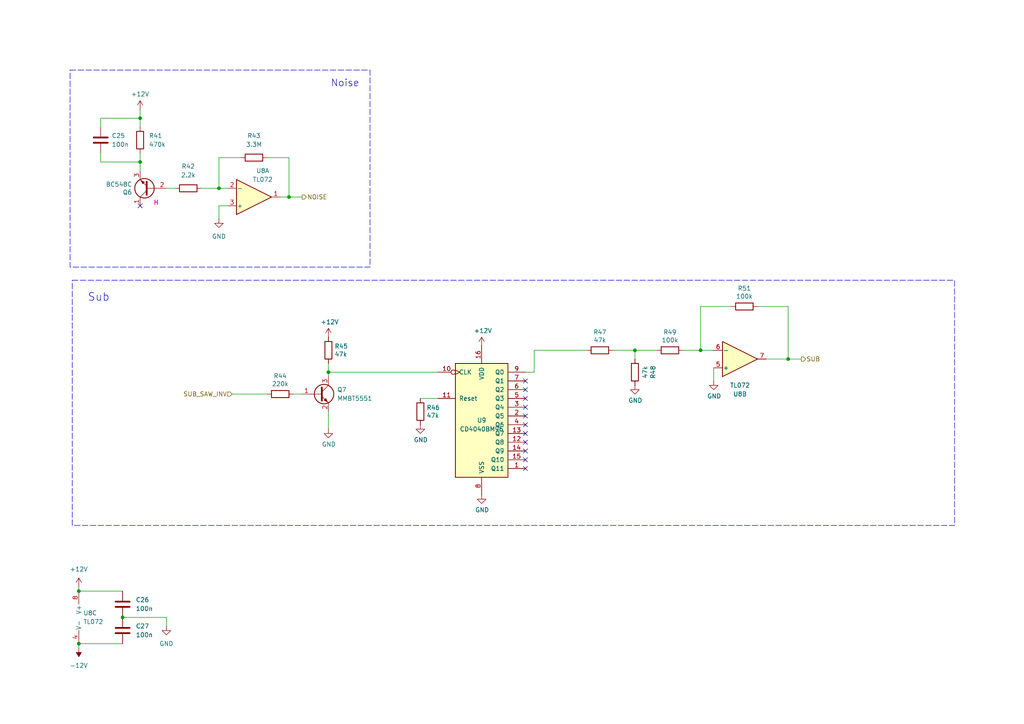
<source format=kicad_sch>
(kicad_sch (version 20250114) (generator "eeschema") (generator_version "9.0")
  (paper "A4")
  (lib_symbols
    (symbol "4xxx:4040" (pin_names (offset 1.016))
      (property "Reference" "U" (at -7.62 16.51 0))
      (property "Value" "4040" (at -7.62 -19.05 0))
      (symbol "4040_1_0"
        (pin input inverted_clock (at -12.7 12.7 0) (length 5.08) (name "CLK") (number "10"))
        (pin input line (at -12.7 5.08 0) (length 5.08) (name "Reset") (number "11"))
        (pin power_in line (at 0 20.32 270) (length 5.08) (name "VDD") (number "16"))
        (pin power_in line (at 0 -22.86 90) (length 5.08) (name "VSS") (number "8"))
        (pin output line (at 12.7 12.7 180) (length 5.08) (name "Q0") (number "9"))
        (pin output line (at 12.7 10.16 180) (length 5.08) (name "Q1") (number "7"))
        (pin output line (at 12.7 7.62 180) (length 5.08) (name "Q2") (number "6"))
        (pin output line (at 12.7 5.08 180) (length 5.08) (name "Q3") (number "5"))
        (pin output line (at 12.7 2.54 180) (length 5.08) (name "Q4") (number "3"))
        (pin output line (at 12.7 0 180) (length 5.08) (name "Q5") (number "2"))
        (pin output line (at 12.7 -2.54 180) (length 5.08) (name "Q6") (number "4"))
        (pin output line (at 12.7 -5.08 180) (length 5.08) (name "Q7") (number "13"))
        (pin output line (at 12.7 -7.62 180) (length 5.08) (name "Q8") (number "12"))
        (pin output line (at 12.7 -10.16 180) (length 5.08) (name "Q9") (number "14"))
        (pin output line (at 12.7 -12.7 180) (length 5.08) (name "Q10") (number "15"))
        (pin output line (at 12.7 -15.24 180) (length 5.08) (name "Q11") (number "1"))
      )
      (symbol "4040_1_1"
        (rectangle (start -7.62 15.24) (end 7.62 -17.78) (stroke (width 0.254)) (fill (type background)))
      )
    )
    (symbol "Amplifier_Operational:TL072" (pin_names (offset 0.127))
      (property "Reference" "U" (at 0 5.08 0))
      (property "Value" "TL072" (at 0 -5.08 0))
      (symbol "TL072_1_1"
        (polyline (pts (xy -5.08 5.08) (xy 5.08 0) (xy -5.08 -5.08) (xy -5.08 5.08)) (stroke (width 0.254)) (fill (type background)))
        (pin input line (at -7.62 2.54 0) (length 2.54) (name "+") (number "3"))
        (pin input line (at -7.62 -2.54 0) (length 2.54) (name "-") (number "2"))
        (pin output line (at 7.62 0 180) (length 2.54) (name "~") (number "1"))
      )
      (symbol "TL072_2_1"
        (polyline (pts (xy -5.08 5.08) (xy 5.08 0) (xy -5.08 -5.08) (xy -5.08 5.08)) (stroke (width 0.254)) (fill (type background)))
        (pin input line (at -7.62 2.54 0) (length 2.54) (name "+") (number "5"))
        (pin input line (at -7.62 -2.54 0) (length 2.54) (name "-") (number "6"))
        (pin output line (at 7.62 0 180) (length 2.54) (name "~") (number "7"))
      )
      (symbol "TL072_3_1"
        (pin power_in line (at -2.54 7.62 270) (length 3.81) (name "V+") (number "8"))
        (pin power_in line (at -2.54 -7.62 90) (length 3.81) (name "V-") (number "4"))
      )
    )
    (symbol "Device:C" (pin_numbers (hide yes)) (pin_names (offset 0.254))
      (property "Reference" "C" (at 0.635 2.54 0))
      (property "Value" "C" (at 0.635 -2.54 0))
      (symbol "C_0_1"
        (polyline (pts (xy -2.032 0.762) (xy 2.032 0.762)) (stroke (width 0.508)))
        (polyline (pts (xy -2.032 -0.762) (xy 2.032 -0.762)) (stroke (width 0.508)))
      )
      (symbol "C_1_1"
        (pin passive line (at 0 3.81 270) (length 2.794) (name "~") (number "1"))
        (pin passive line (at 0 -3.81 90) (length 2.794) (name "~") (number "2"))
      )
    )
    (symbol "Device:R" (pin_numbers (hide yes)) (pin_names (offset 0))
      (property "Reference" "R" (at 2.032 0 90))
      (property "Value" "R" (at 0 0 90))
      (symbol "R_0_1"
        (rectangle (start -1.016 -2.54) (end 1.016 2.54) (stroke (width 0.254)))
      )
      (symbol "R_1_1"
        (pin passive line (at 0 3.81 270) (length 1.27) (name "~") (number "1"))
        (pin passive line (at 0 -3.81 90) (length 1.27) (name "~") (number "2"))
      )
    )
    (symbol "Transistor_BJT:BC548" (pin_names (offset 0) (hide yes))
      (property "Reference" "Q" (at 5.08 1.905 0))
      (property "Value" "BC548" (at 5.08 0 0))
      (symbol "BC548_0_1"
        (polyline (pts (xy -2.54 0) (xy 0.635 0)))
        (polyline (pts (xy 0.635 1.905) (xy 0.635 -1.905)) (stroke (width 0.508)))
        (circle (center 1.27 0) (radius 2.8194) (stroke (width 0.254)))
      )
      (symbol "BC548_1_1"
        (polyline (pts (xy 0.635 0.635) (xy 2.54 2.54)))
        (polyline (pts (xy 0.635 -0.635) (xy 2.54 -2.54)))
        (polyline (pts (xy 1.27 -1.778) (xy 1.778 -1.27) (xy 2.286 -2.286) (xy 1.27 -1.778)) (fill (type outline)))
        (pin input line (at -5.08 0 0) (length 2.54) (name "B") (number "2"))
        (pin passive line (at 2.54 5.08 270) (length 2.54) (name "C") (number "1"))
        (pin passive line (at 2.54 -5.08 90) (length 2.54) (name "E") (number "3"))
      )
    )
    (symbol "Transistor_BJT:BC847" (pin_names (offset 0) (hide yes))
      (property "Reference" "Q" (at 5.08 1.905 0))
      (property "Value" "BC847" (at 5.08 0 0))
      (symbol "BC847_0_1"
        (polyline (pts (xy -2.54 0) (xy 0.635 0)))
        (polyline (pts (xy 0.635 1.905) (xy 0.635 -1.905)) (stroke (width 0.508)))
        (circle (center 1.27 0) (radius 2.8194) (stroke (width 0.254)))
      )
      (symbol "BC847_1_1"
        (polyline (pts (xy 0.635 0.635) (xy 2.54 2.54)))
        (polyline (pts (xy 0.635 -0.635) (xy 2.54 -2.54)))
        (polyline (pts (xy 1.27 -1.778) (xy 1.778 -1.27) (xy 2.286 -2.286) (xy 1.27 -1.778)) (fill (type outline)))
        (pin input line (at -5.08 0 0) (length 2.54) (name "B") (number "1"))
        (pin passive line (at 2.54 5.08 270) (length 2.54) (name "C") (number "3"))
        (pin passive line (at 2.54 -5.08 90) (length 2.54) (name "E") (number "2"))
      )
    )
    (symbol "power:+12V" (power) (pin_numbers (hide yes)) (pin_names (offset 0) (hide yes))
      (property "Value" "+12V" (at 0 3.556 0))
      (symbol "+12V_0_1"
        (polyline (pts (xy -0.762 1.27) (xy 0 2.54)))
        (polyline (pts (xy 0 2.54) (xy 0.762 1.27)))
        (polyline (pts (xy 0 0) (xy 0 2.54)))
      )
      (symbol "+12V_1_1"
        (pin power_in line (at 0 0 90) (length 0) (name "~") (number "1"))
      )
    )
    (symbol "power:-12V" (power) (pin_numbers (hide yes)) (pin_names (offset 0) (hide yes))
      (property "Value" "-12V" (at 0 3.556 0))
      (symbol "-12V_0_0"
        (pin power_in line (at 0 0 90) (length 0) (name "~") (number "1"))
      )
      (symbol "-12V_0_1"
        (polyline (pts (xy 0 0) (xy 0 1.27) (xy 0.762 1.27) (xy 0 2.54) (xy -0.762 1.27) (xy 0 1.27)) (fill (type outline)))
      )
    )
    (symbol "power:GND" (power) (pin_numbers (hide yes)) (pin_names (offset 0) (hide yes))
      (property "Value" "GND" (at 0 -3.81 0))
      (symbol "GND_0_1"
        (polyline (pts (xy 0 0) (xy 0 -1.27) (xy 1.27 -1.27) (xy 0 -2.54) (xy -1.27 -1.27) (xy 0 -1.27)))
      )
      (symbol "GND_1_1"
        (pin power_in line (at 0 0 270) (length 0) (name "~") (number "1"))
      )
    )
  )
  (rectangle (start 20.32 20.32) (end 107.315 77.47) (stroke (width 0) (type dash)))
  (rectangle (start 20.955 81.28) (end 276.86 152.4) (stroke (width 0) (type dash)))
  (text "H" (at 44.45 59.69 0) (effects (font (size 1.27 1.27) (thickness 0.254) (bold yes)) (justify left bottom)))
  (text "Noise" (at 95.885 25.4 0) (effects (font (size 2 2)) (justify left bottom)))
  (text "Sub" (at 25.4 87.63 0) (effects (font (size 2.2606 2.2606)) (justify left bottom)))
  (junction (at 95.25 107.95))
  (junction (at 203.2 101.6))
  (junction (at 184.15 101.6))
  (junction (at 83.82 57.15))
  (junction (at 228.6 104.14))
  (junction (at 40.64 46.99))
  (junction (at 22.86 186.69))
  (junction (at 22.86 171.45))
  (junction (at 63.5 54.61))
  (junction (at 40.64 34.29))
  (junction (at 35.56 179.07))
  (no_connect (at 152.4 113.03))
  (no_connect (at 152.4 128.27))
  (no_connect (at 152.4 115.57))
  (no_connect (at 152.4 130.81))
  (no_connect (at 152.4 118.11))
  (no_connect (at 40.64 59.69))
  (no_connect (at 152.4 123.19))
  (no_connect (at 152.4 133.35))
  (no_connect (at 152.4 125.73))
  (no_connect (at 152.4 110.49))
  (no_connect (at 152.4 120.65))
  (no_connect (at 152.4 135.89))
  (wire (pts (xy 22.86 171.45) (xy 35.56 171.45)))
  (wire (pts (xy 77.47 114.3) (xy 67.31 114.3)))
  (wire (pts (xy 207.01 110.49) (xy 207.01 106.68)))
  (wire (pts (xy 48.26 179.07) (xy 35.56 179.07)))
  (wire (pts (xy 87.63 114.3) (xy 85.09 114.3)))
  (wire (pts (xy 228.6 104.14) (xy 222.25 104.14)))
  (wire (pts (xy 177.8 101.6) (xy 184.15 101.6)))
  (wire (pts (xy 58.42 54.61) (xy 63.5 54.61)))
  (wire (pts (xy 63.5 63.5) (xy 63.5 59.69)))
  (wire (pts (xy 29.21 34.29) (xy 40.64 34.29)))
  (wire (pts (xy 22.86 170.18) (xy 22.86 171.45)))
  (wire (pts (xy 69.85 45.72) (xy 63.5 45.72)))
  (wire (pts (xy 77.47 45.72) (xy 83.82 45.72)))
  (wire (pts (xy 87.63 57.15) (xy 83.82 57.15)))
  (wire (pts (xy 40.64 46.99) (xy 40.64 49.53)))
  (wire (pts (xy 48.26 54.61) (xy 50.8 54.61)))
  (wire (pts (xy 127 107.95) (xy 95.25 107.95)))
  (wire (pts (xy 228.6 88.9) (xy 228.6 104.14)))
  (wire (pts (xy 22.86 187.96) (xy 22.86 186.69)))
  (wire (pts (xy 95.25 105.41) (xy 95.25 107.95)))
  (wire (pts (xy 40.64 31.75) (xy 40.64 34.29)))
  (wire (pts (xy 40.64 34.29) (xy 40.64 36.83)))
  (wire (pts (xy 203.2 88.9) (xy 203.2 101.6)))
  (wire (pts (xy 63.5 45.72) (xy 63.5 54.61)))
  (wire (pts (xy 184.15 101.6) (xy 190.5 101.6)))
  (wire (pts (xy 66.04 54.61) (xy 63.5 54.61)))
  (wire (pts (xy 83.82 45.72) (xy 83.82 57.15)))
  (wire (pts (xy 184.15 104.14) (xy 184.15 101.6)))
  (wire (pts (xy 22.86 186.69) (xy 35.56 186.69)))
  (wire (pts (xy 29.21 36.83) (xy 29.21 34.29)))
  (wire (pts (xy 154.94 101.6) (xy 170.18 101.6)))
  (wire (pts (xy 48.26 181.61) (xy 48.26 179.07)))
  (wire (pts (xy 127 115.57) (xy 121.92 115.57)))
  (wire (pts (xy 232.41 104.14) (xy 228.6 104.14)))
  (wire (pts (xy 219.71 88.9) (xy 228.6 88.9)))
  (wire (pts (xy 29.21 44.45) (xy 29.21 46.99)))
  (wire (pts (xy 212.09 88.9) (xy 203.2 88.9)))
  (wire (pts (xy 154.94 107.95) (xy 152.4 107.95)))
  (wire (pts (xy 95.25 124.46) (xy 95.25 119.38)))
  (wire (pts (xy 95.25 107.95) (xy 95.25 109.22)))
  (wire (pts (xy 29.21 46.99) (xy 40.64 46.99)))
  (wire (pts (xy 198.12 101.6) (xy 203.2 101.6)))
  (wire (pts (xy 63.5 59.69) (xy 66.04 59.69)))
  (wire (pts (xy 83.82 57.15) (xy 81.28 57.15)))
  (wire (pts (xy 203.2 101.6) (xy 207.01 101.6)))
  (wire (pts (xy 154.94 101.6) (xy 154.94 107.95)))
  (wire (pts (xy 40.64 46.99) (xy 40.64 44.45)))
  (hierarchical_label "SUB_SAW_INV" (shape input) (at 67.31 114.3 180))
  (hierarchical_label "SUB" (shape output) (at 232.41 104.14 0))
  (hierarchical_label "NOISE" (shape output) (at 87.63 57.15 0))
  (symbol (lib_id "Amplifier_Operational:TL072") (at 25.4 179.07 0) (unit 3)
    (property "Reference" "U8" (at 24.13 177.8 0) (effects (justify left)))
    (property "Value" "TL072" (at 24.13 180.34 0) (effects (justify left)))
    (property "Footprint" "Package_SO:SOIC-8_3.9x4.9mm_P1.27mm" (effects (hide yes)))
    (property "Datasheet" "http://www.ti.com/lit/ds/symlink/tl071.pdf" (effects (hide yes)))
    (property "LCSC" "C6961" (effects (hide yes)))
    (property "Vendor" "JLCPCB" (effects (hide yes)))
  )
  (symbol (lib_id "Amplifier_Operational:TL072") (at 73.66 57.15 0) (mirror x) (unit 1)
    (property "Reference" "U8" (at 76.2 49.53 0))
    (property "Value" "TL072" (at 76.2 52.07 0))
    (property "Footprint" "Package_SO:SOIC-8_3.9x4.9mm_P1.27mm" (effects (hide yes)))
    (property "Datasheet" "http://www.ti.com/lit/ds/symlink/tl071.pdf" (effects (hide yes)))
    (property "LCSC" "C6961" (effects (hide yes)))
    (property "Vendor" "JLCPCB" (effects (hide yes)))
  )
  (symbol (lib_id "Device:R") (at 73.66 45.72 90) (unit 1)
    (property "Reference" "R43" (at 73.66 39.37 90))
    (property "Value" "3.3M" (at 73.66 41.91 90))
    (property "Footprint" "Resistor_SMD:R_0603_1608Metric" (effects (hide yes)))
    (property "LCSC" "C141659" (effects (hide yes)))
    (property "Vendor" "JLCPCB" (effects (hide yes)))
  )
  (symbol (lib_id "Device:C") (at 29.21 40.64 0) (unit 1)
    (property "Reference" "C25" (at 32.385 39.37 0) (effects (justify left)))
    (property "Value" "100n" (at 32.385 41.91 0) (effects (justify left)))
    (property "Footprint" "Capacitor_SMD:C_0603_1608Metric" (effects (hide yes)))
    (property "LCSC" "C14663" (effects (hide yes)))
    (property "Vendor" "JLCPCB" (effects (hide yes)))
  )
  (symbol (lib_id "Device:R") (at 95.25 101.6 0) (unit 1)
    (property "Reference" "R45" (at 97.028 100.4316 0) (effects (justify left)))
    (property "Value" "47k" (at 97.028 102.743 0) (effects (justify left)))
    (property "Footprint" "Resistor_SMD:R_0603_1608Metric" (effects (hide yes)))
    (property "LCSC" "C25819" (effects (hide yes)))
    (property "Vendor" "JLCPCB" (effects (hide yes)))
  )
  (symbol (lib_id "Device:R") (at 194.31 101.6 270) (unit 1)
    (property "Reference" "R49" (at 194.31 96.3422 90))
    (property "Value" "100k" (at 194.31 98.6536 90))
    (property "Footprint" "Resistor_SMD:R_0603_1608Metric" (effects (hide yes)))
    (property "LCSC" "C25803" (effects (hide yes)))
    (property "Vendor" "JLCPCB" (effects (hide yes)))
  )
  (symbol (lib_id "Device:R") (at 184.15 107.95 180) (unit 1)
    (property "Reference" "R48" (at 189.4078 107.95 90))
    (property "Value" "47k" (at 187.0964 107.95 90))
    (property "Footprint" "Resistor_SMD:R_0603_1608Metric" (effects (hide yes)))
    (property "LCSC" "C25819" (effects (hide yes)))
    (property "Vendor" "JLCPCB" (effects (hide yes)))
  )
  (symbol (lib_id "power:+12V") (at 139.7 100.33 0) (unit 1)
    (property "Reference" "#PWR0109" (effects (hide yes)))
    (property "Value" "+12V" (at 140.081 95.9358 0))
    (property "Description" "Power symbol creates a global label with name \"+12V\"" (effects (hide yes)))
  )
  (symbol (lib_id "Device:R") (at 40.64 40.64 0) (unit 1)
    (property "Reference" "R41" (at 43.18 39.37 0) (effects (justify left)))
    (property "Value" "470k" (at 43.18 41.91 0) (effects (justify left)))
    (property "Footprint" "Resistor_SMD:R_0603_1608Metric" (effects (hide yes)))
    (property "LCSC" "C23178" (effects (hide yes)))
    (property "Vendor" "JLCPCB" (effects (hide yes)))
  )
  (symbol (lib_id "power:GND") (at 207.01 110.49 0) (unit 1)
    (property "Reference" "#PWR0113" (effects (hide yes)))
    (property "Value" "GND" (at 207.137 114.8842 0))
    (property "Description" "Power symbol creates a global label with name \"GND\" , ground" (effects (hide yes)))
  )
  (symbol (lib_id "Device:C") (at 35.56 182.88 0) (unit 1)
    (property "Reference" "C27" (at 39.37 181.61 0) (effects (justify left)))
    (property "Value" "100n" (at 39.37 184.15 0) (effects (justify left)))
    (property "Footprint" "Capacitor_SMD:C_0603_1608Metric" (effects (hide yes)))
    (property "LCSC" "C14663" (effects (hide yes)))
    (property "Vendor" "JLCPCB" (effects (hide yes)))
  )
  (symbol (lib_id "Device:R") (at 173.99 101.6 270) (unit 1)
    (property "Reference" "R47" (at 173.99 96.3422 90))
    (property "Value" "47k" (at 173.99 98.6536 90))
    (property "Footprint" "Resistor_SMD:R_0603_1608Metric" (effects (hide yes)))
    (property "LCSC" "C25819" (effects (hide yes)))
    (property "Vendor" "JLCPCB" (effects (hide yes)))
  )
  (symbol (lib_id "power:GND") (at 184.15 111.76 0) (unit 1)
    (property "Reference" "#PWR0112" (effects (hide yes)))
    (property "Value" "GND" (at 184.277 116.1542 0))
    (property "Description" "Power symbol creates a global label with name \"GND\" , ground" (effects (hide yes)))
  )
  (symbol (lib_id "power:+12V") (at 95.25 97.79 0) (unit 1)
    (property "Reference" "#PWR0108" (effects (hide yes)))
    (property "Value" "+12V" (at 95.631 93.3958 0))
    (property "Description" "Power symbol creates a global label with name \"+12V\"" (effects (hide yes)))
  )
  (symbol (lib_id "Transistor_BJT:BC548") (at 43.18 54.61 180) (unit 1) (in_bom no)
    (property "Reference" "Q6" (at 38.3286 55.7784 0) (effects (justify left)))
    (property "Value" "BC548C" (at 38.3286 53.467 0) (effects (justify left)))
    (property "Footprint" "Package_TO_SOT_THT:TO-92_Inline_Wide" (effects (hide yes)))
    (property "Datasheet" "https://www.onsemi.com/pub/Collateral/BC550-D.pdf" (effects (hide yes)))
    (property "Description" "0.1A Ic, 30V Vce, Small Signal NPN Transistor, TO-92" (effects (hide yes)))
    (property "Part No." "637-BC548C " (effects (hide yes)))
    (property "Part URL" "https://mou.sr/4fhkHkJ" (effects (hide yes)))
    (property "Vendor" "Mouser" (effects (hide yes)))
  )
  (symbol (lib_id "power:GND") (at 48.26 181.61 0) (unit 1)
    (property "Reference" "#PWR0106" (effects (hide yes)))
    (property "Value" "GND" (at 48.26 186.69 0))
    (property "Description" "Power symbol creates a global label with name \"GND\" , ground" (effects (hide yes)))
  )
  (symbol (lib_id "Device:R") (at 54.61 54.61 90) (unit 1)
    (property "Reference" "R42" (at 54.61 48.26 90))
    (property "Value" "2.2k" (at 54.61 50.8 90))
    (property "Footprint" "Resistor_SMD:R_0603_1608Metric" (effects (hide yes)))
    (property "LCSC" "C4190" (effects (hide yes)))
    (property "Vendor" "JLCPCB" (effects (hide yes)))
  )
  (symbol (lib_id "power:GND") (at 139.7 143.51 0) (unit 1)
    (property "Reference" "#PWR0110" (effects (hide yes)))
    (property "Value" "GND" (at 139.827 147.9042 0))
    (property "Description" "Power symbol creates a global label with name \"GND\" , ground" (effects (hide yes)))
  )
  (symbol (lib_id "Amplifier_Operational:TL072") (at 214.63 104.14 0) (mirror x) (unit 2)
    (property "Reference" "U8" (at 214.63 114.3 0))
    (property "Value" "TL072" (at 214.63 111.76 0))
    (property "Footprint" "Package_SO:SOIC-8_3.9x4.9mm_P1.27mm" (effects (hide yes)))
    (property "Datasheet" "http://www.ti.com/lit/ds/symlink/tl071.pdf" (effects (hide yes)))
    (property "LCSC" "C6961" (effects (hide yes)))
    (property "Vendor" "JLCPCB" (effects (hide yes)))
  )
  (symbol (lib_id "power:-12V") (at 22.86 187.96 180) (unit 1)
    (property "Reference" "#PWR0107" (effects (hide yes)))
    (property "Value" "-12V" (at 22.86 193.04 0))
    (property "Description" "Power symbol creates a global label with name \"-12V\"" (effects (hide yes)))
  )
  (symbol (lib_id "Device:C") (at 35.56 175.26 0) (unit 1)
    (property "Reference" "C26" (at 39.37 173.99 0) (effects (justify left)))
    (property "Value" "100n" (at 39.37 176.53 0) (effects (justify left)))
    (property "Footprint" "Capacitor_SMD:C_0603_1608Metric" (effects (hide yes)))
    (property "LCSC" "C14663" (effects (hide yes)))
    (property "Vendor" "JLCPCB" (effects (hide yes)))
  )
  (symbol (lib_id "power:GND") (at 121.92 123.19 0) (unit 1)
    (property "Reference" "#PWR0104" (effects (hide yes)))
    (property "Value" "GND" (at 122.047 127.5842 0))
    (property "Description" "Power symbol creates a global label with name \"GND\" , ground" (effects (hide yes)))
  )
  (symbol (lib_id "power:+12V") (at 40.64 31.75 0) (unit 1)
    (property "Reference" "#PWR0101" (effects (hide yes)))
    (property "Value" "+12V" (at 40.64 27.305 0))
    (property "Description" "Power symbol creates a global label with name \"+12V\"" (effects (hide yes)))
  )
  (symbol (lib_id "Device:R") (at 121.92 119.38 0) (unit 1)
    (property "Reference" "R46" (at 123.698 118.2116 0) (effects (justify left)))
    (property "Value" "47k" (at 123.698 120.523 0) (effects (justify left)))
    (property "Footprint" "Resistor_SMD:R_0603_1608Metric" (effects (hide yes)))
    (property "LCSC" "C25819" (effects (hide yes)))
    (property "Vendor" "JLCPCB" (effects (hide yes)))
  )
  (symbol (lib_id "Device:R") (at 81.28 114.3 270) (unit 1)
    (property "Reference" "R44" (at 81.28 109.0422 90))
    (property "Value" "220k" (at 81.28 111.3536 90))
    (property "Footprint" "Resistor_SMD:R_0603_1608Metric" (effects (hide yes)))
    (property "LCSC" "C22961" (effects (hide yes)))
    (property "Vendor" "JLCPCB" (effects (hide yes)))
  )
  (symbol (lib_id "power:GND") (at 95.25 124.46 0) (unit 1)
    (property "Reference" "#PWR0103" (effects (hide yes)))
    (property "Value" "GND" (at 95.377 128.8542 0))
    (property "Description" "Power symbol creates a global label with name \"GND\" , ground" (effects (hide yes)))
  )
  (symbol (lib_id "power:GND") (at 63.5 63.5 0) (unit 1)
    (property "Reference" "#PWR0102" (effects (hide yes)))
    (property "Value" "GND" (at 63.5 68.58 0))
    (property "Description" "Power symbol creates a global label with name \"GND\" , ground" (effects (hide yes)))
  )
  (symbol (lib_id "Transistor_BJT:BC847") (at 92.71 114.3 0) (unit 1)
    (property "Reference" "Q7" (at 97.79 113.0299 0) (effects (justify left)))
    (property "Value" "MMBT5551" (at 97.79 115.5699 0) (effects (justify left)))
    (property "Footprint" "Package_TO_SOT_SMD:SOT-23" (effects (hide yes)))
    (property "Datasheet" "http://www.infineon.com/dgdl/Infineon-BC847SERIES_BC848SERIES_BC849SERIES_BC850SERIES-DS-v01_01-en.pdf?fileId=db3a304314dca389011541d4630a1657" (effects (hide yes)))
    (property "Description" "0.1A Ic, 45V Vce, NPN Transistor, SOT-23" (effects (hide yes)))
    (property "LCSC" "C2145" (effects (hide yes)))
    (property "Vendor" "JLCPCB" (effects (hide yes)))
  )
  (symbol (lib_id "power:+12V") (at 22.86 170.18 0) (unit 1)
    (property "Reference" "#PWR0105" (effects (hide yes)))
    (property "Value" "+12V" (at 22.86 165.1 0))
    (property "Description" "Power symbol creates a global label with name \"+12V\"" (effects (hide yes)))
  )
  (symbol (lib_id "4xxx:4040") (at 139.7 120.65 0) (unit 1)
    (property "Reference" "U9" (at 139.7 121.92 0))
    (property "Value" "CD4040BM96" (at 139.7 124.46 0))
    (property "Footprint" "Package_SO:SOIC-16_3.9x9.9mm_P1.27mm" (effects (hide yes)))
    (property "Datasheet" "http://www.intersil.com/content/dam/Intersil/documents/cd40/cd4020bms-24bms-40bms.pdf" (effects (hide yes)))
    (property "LCSC" "C353974" (effects (hide yes)))
    (property "Vendor" "JLCPCB" (effects (hide yes)))
  )
  (symbol (lib_id "Device:R") (at 215.9 88.9 270) (unit 1)
    (property "Reference" "R51" (at 215.9 83.6422 90))
    (property "Value" "100k" (at 215.9 85.9536 90))
    (property "Footprint" "Resistor_SMD:R_0603_1608Metric" (effects (hide yes)))
    (property "LCSC" "C25803" (effects (hide yes)))
    (property "Vendor" "JLCPCB" (effects (hide yes)))
  )
)
</source>
